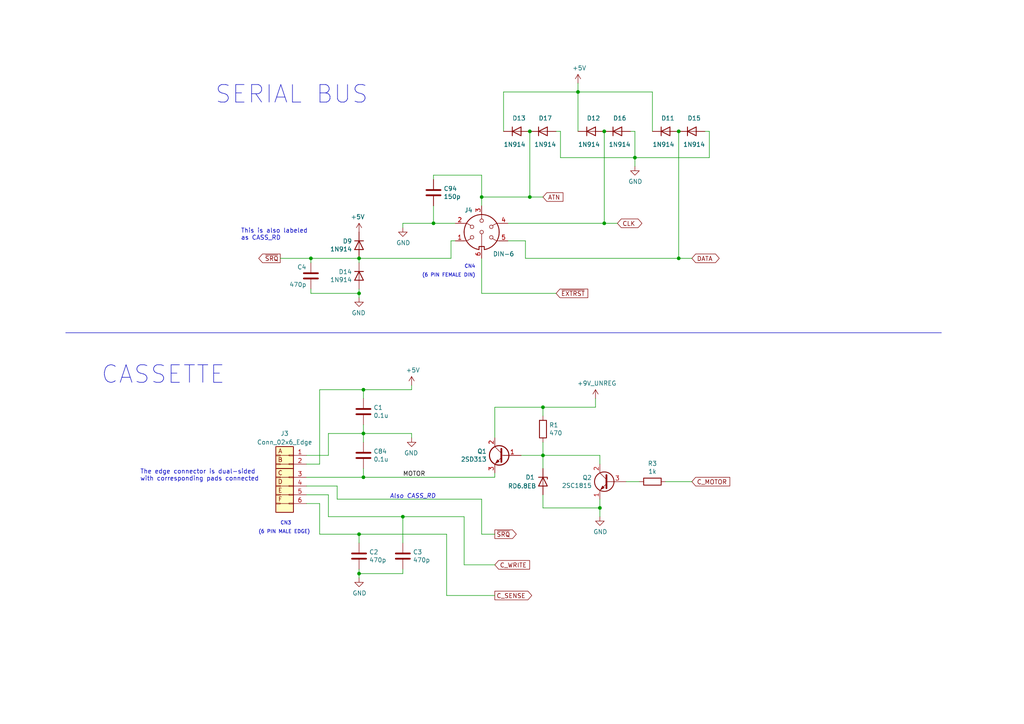
<source format=kicad_sch>
(kicad_sch (version 20230121) (generator eeschema)
  (paper "A4")
  (title_block (title "Commodore C64C - Assy 250469-01 Rev. A") (date "2023-04-02") (rev "2") (company "https://github.com/KicadRetroArchive") (comment 1 "KiCad schematic licensed under CERN-OHL-S") (comment 2 "WARNING: These schematics might contain errors!") (comment 3 "Author: Andrea Cisternino <andrea.cisternino@posteo.net>"))
  (lib_symbols
    (symbol "250469-01:+9V_UNREG" (power) (pin_names (offset 0))
      (property "Value" "+9V_UNREG" (at 0 3.556 0))
      (symbol "+9V_UNREG_0_1"
        (polyline (pts (xy -0.762 1.27) (xy 0 2.54)))
        (polyline (pts (xy 0 0) (xy 0 2.54)))
        (polyline (pts (xy 0 2.54) (xy 0.762 1.27)))
      )
      (symbol "+9V_UNREG_1_1"
        (pin power_in line (at 0 0 90) (length 0) hide (name "+9V_UNREG") (number "1"))
      )
    )
    (symbol "250469-01:Conn_02x6_Edge" (pin_names (offset 1.016) hide)
      (property "Reference" "J" (at 0 11.43 0))
      (property "Value" "Conn_02x6_Edge" (at 0 -10.16 0))
      (symbol "Conn_02x6_Edge_0_0"
        (polyline (pts (xy -2.54 3.81) (xy 2.54 3.81)) (stroke (width 0.254)))
        (polyline (pts (xy -1.27 -6.35) (xy 1.27 -6.35)))
        (polyline (pts (xy -1.27 -3.81) (xy 1.27 -3.81)))
        (polyline (pts (xy -1.27 -1.27) (xy 1.27 -1.27)))
        (text "A" (at 1.27 8.89 0) (effects (font (size 1.27 1.27))))
        (text "B" (at 1.27 6.35 0) (effects (font (size 1.27 1.27))))
        (text "C" (at 1.27 2.54 0) (effects (font (size 1.27 1.27))))
        (text "D" (at 1.27 0 0) (effects (font (size 1.27 1.27))))
        (text "E" (at 1.27 -2.54 0) (effects (font (size 1.27 1.27))))
        (text "F" (at 1.27 -5.08 0) (effects (font (size 1.27 1.27))))
      )
      (symbol "Conn_02x6_Edge_0_1"
        (polyline (pts (xy -1.27 1.27) (xy 1.27 1.27)))
        (polyline (pts (xy -1.27 5.08) (xy 1.27 5.08)))
        (polyline (pts (xy -1.27 7.62) (xy 1.27 7.62)))
      )
      (symbol "Conn_02x6_Edge_1_1"
        (rectangle (start -2.54 -6.223) (end -1.27 -6.477) (stroke (width 0.1524)))
        (rectangle (start -2.54 -3.683) (end -1.27 -3.937) (stroke (width 0.1524)))
        (rectangle (start -2.54 -1.143) (end -1.27 -1.397) (stroke (width 0.1524)))
        (rectangle (start -2.54 1.397) (end -1.27 1.143) (stroke (width 0.1524)))
        (rectangle (start -2.54 5.207) (end -1.27 4.953) (stroke (width 0.1524)))
        (rectangle (start -2.54 7.747) (end -1.27 7.493) (stroke (width 0.1524)))
        (rectangle (start -2.54 10.16) (end 2.54 -8.89) (stroke (width 0.254)) (fill (type background)))
        (rectangle (start 2.54 -6.223) (end 1.27 -6.477) (stroke (width 0.1524)))
        (rectangle (start 2.54 -3.683) (end 1.27 -3.937) (stroke (width 0.1524)))
        (rectangle (start 2.54 -1.143) (end 1.27 -1.397) (stroke (width 0.1524)))
        (rectangle (start 2.54 1.397) (end 1.27 1.143) (stroke (width 0.1524)))
        (rectangle (start 2.54 5.207) (end 1.27 4.953) (stroke (width 0.1524)))
        (rectangle (start 2.54 7.747) (end 1.27 7.493) (stroke (width 0.1524)))
        (pin passive line (at -6.35 7.62 0) (length 3.81) (name "Pin_1") (number "1"))
        (pin passive line (at -6.35 5.08 0) (length 3.81) (name "Pin_2") (number "2"))
        (pin passive line (at -6.35 1.27 0) (length 3.81) (name "Pin_3") (number "3"))
        (pin passive line (at -6.35 -1.27 0) (length 3.81) (name "Pin_4") (number "4"))
        (pin passive line (at -6.35 -3.81 0) (length 3.81) (name "Pin_5") (number "5"))
        (pin passive line (at -6.35 -6.35 0) (length 3.81) (name "Pin_6") (number "6"))
      )
    )
    (symbol "Connector:DIN-6" (pin_names (offset 1.016))
      (property "Reference" "J" (at 3.175 5.715 0))
      (property "Value" "DIN-6" (at 4.445 -4.445 0))
      (symbol "DIN-6_0_1"
        (arc (start -5.08 0) (mid -3.8609 -3.3364) (end -0.762 -5.08) (stroke (width 0.254)))
        (circle (center -2.794 -1.524) (radius 0.508))
        (circle (center -2.794 1.524) (radius 0.508))
        (polyline (pts (xy 0 -5.08) (xy 0 -0.508)))
        (polyline (pts (xy 0 5.08) (xy 0 3.81)))
        (polyline (pts (xy -5.08 -2.54) (xy -4.318 -2.54) (xy -3.175 -1.905)))
        (polyline (pts (xy -5.08 2.54) (xy -4.318 2.54) (xy -3.175 1.905)))
        (polyline (pts (xy 5.08 -2.54) (xy 4.318 -2.54) (xy 3.175 -1.905)))
        (polyline (pts (xy 5.08 2.54) (xy 4.318 2.54) (xy 3.175 1.905)))
        (polyline (pts (xy -0.762 -4.953) (xy -0.762 -4.191) (xy 0.762 -4.191) (xy 0.762 -4.953)) (stroke (width 0.254)))
        (circle (center 0 0) (radius 0.508))
        (circle (center 0 3.302) (radius 0.508))
        (arc (start 0.762 -5.08) (mid 3.8685 -3.343) (end 5.08 0) (stroke (width 0.254)))
        (circle (center 2.794 -1.524) (radius 0.508))
        (circle (center 2.794 1.524) (radius 0.508))
        (arc (start 5.08 0) (mid 0 5.0579) (end -5.08 0) (stroke (width 0.254)))
      )
      (symbol "DIN-6_1_1"
        (pin passive line (at -7.62 -2.54 0) (length 2.54) (name "~") (number "1"))
        (pin passive line (at -7.62 2.54 0) (length 2.54) (name "~") (number "2"))
        (pin passive line (at 0 7.62 270) (length 2.54) (name "~") (number "3"))
        (pin passive line (at 7.62 2.54 180) (length 2.54) (name "~") (number "4"))
        (pin passive line (at 7.62 -2.54 180) (length 2.54) (name "~") (number "5"))
        (pin passive line (at 0 -7.62 90) (length 2.54) (name "~") (number "6"))
      )
    )
    (symbol "Device:C" (pin_numbers hide) (pin_names (offset 0.254))
      (property "Reference" "C" (at 0.635 2.54 0))
      (property "Value" "C" (at 0.635 -2.54 0))
      (symbol "C_0_1"
        (polyline (pts (xy -2.032 -0.762) (xy 2.032 -0.762)) (stroke (width 0.508)))
        (polyline (pts (xy -2.032 0.762) (xy 2.032 0.762)) (stroke (width 0.508)))
      )
      (symbol "C_1_1"
        (pin passive line (at 0 3.81 270) (length 2.794) (name "~") (number "1"))
        (pin passive line (at 0 -3.81 90) (length 2.794) (name "~") (number "2"))
      )
    )
    (symbol "Device:R" (pin_numbers hide) (pin_names (offset 0))
      (property "Reference" "R" (at 2.032 0 90))
      (property "Value" "R" (at 0 0 90))
      (symbol "R_0_1"
        (rectangle (start -1.016 -2.54) (end 1.016 2.54) (stroke (width 0.254)))
      )
      (symbol "R_1_1"
        (pin passive line (at 0 3.81 270) (length 1.27) (name "~") (number "1"))
        (pin passive line (at 0 -3.81 90) (length 1.27) (name "~") (number "2"))
      )
    )
    (symbol "Diode:1N914" (pin_numbers hide) (pin_names hide)
      (property "Reference" "D" (at 0 2.54 0))
      (property "Value" "1N914" (at 0 -2.54 0))
      (symbol "1N914_0_1"
        (polyline (pts (xy -1.27 1.27) (xy -1.27 -1.27)) (stroke (width 0.254)))
        (polyline (pts (xy 1.27 0) (xy -1.27 0)))
        (polyline (pts (xy 1.27 1.27) (xy 1.27 -1.27) (xy -1.27 0) (xy 1.27 1.27)) (stroke (width 0.254)))
      )
      (symbol "1N914_1_1"
        (pin passive line (at -3.81 0 0) (length 2.54) (name "K") (number "1"))
        (pin passive line (at 3.81 0 180) (length 2.54) (name "A") (number "2"))
      )
    )
    (symbol "Transistor_BJT:2SC1815" (pin_names (offset 0) hide)
      (property "Reference" "Q" (at 5.08 1.905 0))
      (property "Value" "2SC1815" (at 5.08 0 0))
      (symbol "2SC1815_0_1"
        (polyline (pts (xy 0 0) (xy 0.508 0)))
        (polyline (pts (xy 0.635 0.635) (xy 2.54 2.54)))
        (polyline (pts (xy 0.635 -0.635) (xy 2.54 -2.54) (xy 2.54 -2.54)))
        (polyline (pts (xy 0.635 1.905) (xy 0.635 -1.905) (xy 0.635 -1.905)) (stroke (width 0.508)))
        (polyline (pts (xy 1.27 -1.778) (xy 1.778 -1.27) (xy 2.286 -2.286) (xy 1.27 -1.778) (xy 1.27 -1.778)) (fill (type outline)))
        (circle (center 1.27 0) (radius 2.8194) (stroke (width 0.254)))
      )
      (symbol "2SC1815_1_1"
        (pin passive line (at 2.54 -5.08 90) (length 2.54) (name "E") (number "1"))
        (pin passive line (at 2.54 5.08 270) (length 2.54) (name "C") (number "2"))
        (pin input line (at -5.08 0 0) (length 5.08) (name "B") (number "3"))
      )
    )
    (symbol "krl_Diode:RD6.8EB" (pin_numbers hide) (pin_names (offset 1.016) hide)
      (property "Reference" "D" (at 0 2.54 0))
      (property "Value" "RD6.8EB" (at 0 -2.54 0))
      (symbol "RD6.8EB_0_1"
        (polyline (pts (xy 1.27 0) (xy -1.27 0)))
        (polyline (pts (xy -1.27 -1.27) (xy -1.27 1.27) (xy -0.762 1.27)) (stroke (width 0.254)))
        (polyline (pts (xy 1.27 -1.27) (xy 1.27 1.27) (xy -1.27 0) (xy 1.27 -1.27)) (stroke (width 0.254)))
      )
      (symbol "RD6.8EB_1_1"
        (pin passive line (at -3.81 0 0) (length 2.54) (name "K") (number "1"))
        (pin passive line (at 3.81 0 180) (length 2.54) (name "A") (number "2"))
      )
    )
    (symbol "krl_Transistor_BJT:2SD313E" (pin_names (offset 0) hide)
      (property "Reference" "Q" (at 5.08 1.905 0))
      (property "Value" "2SD313E" (at 5.08 0 0))
      (symbol "2SD313E_0_1"
        (polyline (pts (xy 0 0) (xy 0.635 0)))
        (polyline (pts (xy 2.54 -2.54) (xy 0.635 -0.635)))
        (polyline (pts (xy 2.54 2.54) (xy 0.635 0.635)))
        (polyline (pts (xy 0.635 1.905) (xy 0.635 -1.905) (xy 0.635 -1.905)) (stroke (width 0.508)) (fill (type outline)))
        (polyline (pts (xy 1.27 -1.778) (xy 1.778 -1.27) (xy 2.286 -2.286) (xy 1.27 -1.778) (xy 1.27 -1.778)) (fill (type outline)))
        (circle (center 1.27 0) (radius 2.8194) (stroke (width 0.3048)))
      )
      (symbol "2SD313E_1_1"
        (pin input line (at -5.08 0 0) (length 5.08) (name "B") (number "1"))
        (pin passive line (at 2.54 5.08 270) (length 2.54) (name "C") (number "2"))
        (pin passive line (at 2.54 -5.08 90) (length 2.54) (name "E") (number "3"))
      )
    )
    (symbol "power:+5V" (power) (pin_names (offset 0))
      (property "Value" "+5V" (at 0 3.556 0))
      (symbol "+5V_0_1"
        (polyline (pts (xy -0.762 1.27) (xy 0 2.54)))
        (polyline (pts (xy 0 0) (xy 0 2.54)))
        (polyline (pts (xy 0 2.54) (xy 0.762 1.27)))
      )
      (symbol "+5V_1_1"
        (pin power_in line (at 0 0 90) (length 0) hide (name "+5V") (number "1"))
      )
    )
    (symbol "power:GND" (power) (pin_names (offset 0))
      (property "Value" "GND" (at 0 -3.81 0))
      (symbol "GND_0_1"
        (polyline (pts (xy 0 0) (xy 0 -1.27) (xy 1.27 -1.27) (xy 0 -2.54) (xy -1.27 -1.27) (xy 0 -1.27)))
      )
      (symbol "GND_1_1"
        (pin power_in line (at 0 0 270) (length 0) hide (name "GND") (number "1"))
      )
    )
  )
  (junction (at 175.26 38.1))
  (junction (at 104.14 85.09))
  (junction (at 104.14 154.94))
  (junction (at 175.26 64.77))
  (junction (at 105.41 138.43))
  (junction (at 105.41 125.73))
  (junction (at 157.48 132.08))
  (junction (at 125.73 64.77))
  (junction (at 173.99 147.32))
  (junction (at 153.67 38.1))
  (junction (at 105.41 113.03))
  (junction (at 196.85 74.93))
  (junction (at 90.17 74.93))
  (junction (at 167.64 26.67))
  (junction (at 184.15 45.72))
  (junction (at 104.14 74.93))
  (junction (at 139.7 57.15))
  (junction (at 153.67 57.15))
  (junction (at 196.85 38.1))
  (junction (at 104.14 166.37))
  (junction (at 116.84 149.86))
  (junction (at 157.48 118.11))
  (wire (pts (xy 88.9 146.05) (xy 92.71 146.05)))
  (wire (pts (xy 147.32 64.77) (xy 175.26 64.77)))
  (wire (pts (xy 95.25 132.08) (xy 95.25 125.73)))
  (wire (pts (xy 104.14 83.82) (xy 104.14 85.09)))
  (wire (pts (xy 105.41 123.19) (xy 105.41 125.73)))
  (wire (pts (xy 95.25 143.51) (xy 95.25 149.86)))
  (wire (pts (xy 130.81 69.85) (xy 130.81 74.93)))
  (wire (pts (xy 153.67 57.15) (xy 153.67 38.1)))
  (wire (pts (xy 134.62 149.86) (xy 134.62 163.83)))
  (wire (pts (xy 119.38 125.73) (xy 119.38 127)))
  (wire (pts (xy 181.61 139.7) (xy 185.42 139.7)))
  (wire (pts (xy 157.48 135.89) (xy 157.48 132.08)))
  (wire (pts (xy 162.56 38.1) (xy 161.29 38.1)))
  (wire (pts (xy 173.99 134.62) (xy 173.99 132.08)))
  (wire (pts (xy 139.7 57.15) (xy 153.67 57.15)))
  (wire (pts (xy 139.7 74.93) (xy 139.7 85.09)))
  (wire (pts (xy 95.25 125.73) (xy 105.41 125.73)))
  (wire (pts (xy 92.71 146.05) (xy 92.71 154.94)))
  (wire (pts (xy 146.05 26.67) (xy 146.05 38.1)))
  (wire (pts (xy 88.9 134.62) (xy 92.71 134.62)))
  (wire (pts (xy 139.7 144.78) (xy 97.79 144.78)))
  (wire (pts (xy 119.38 111.76) (xy 119.38 113.03)))
  (wire (pts (xy 205.74 38.1) (xy 205.74 45.72)))
  (wire (pts (xy 162.56 38.1) (xy 162.56 45.72)))
  (wire (pts (xy 116.84 157.48) (xy 116.84 149.86)))
  (wire (pts (xy 143.51 118.11) (xy 157.48 118.11)))
  (wire (pts (xy 95.25 149.86) (xy 116.84 149.86)))
  (wire (pts (xy 105.41 125.73) (xy 119.38 125.73)))
  (wire (pts (xy 104.14 74.93) (xy 90.17 74.93)))
  (wire (pts (xy 88.9 143.51) (xy 95.25 143.51)))
  (wire (pts (xy 92.71 154.94) (xy 104.14 154.94)))
  (polyline (pts (xy 19.05 96.52) (xy 273.05 96.52)))
  (wire (pts (xy 157.48 147.32) (xy 157.48 143.51)))
  (wire (pts (xy 90.17 76.2) (xy 90.17 74.93)))
  (wire (pts (xy 92.71 113.03) (xy 92.71 134.62)))
  (wire (pts (xy 129.54 154.94) (xy 129.54 172.72)))
  (wire (pts (xy 196.85 74.93) (xy 200.66 74.93)))
  (wire (pts (xy 125.73 52.07) (xy 125.73 50.8)))
  (wire (pts (xy 157.48 120.65) (xy 157.48 118.11)))
  (wire (pts (xy 125.73 50.8) (xy 139.7 50.8)))
  (wire (pts (xy 129.54 172.72) (xy 143.51 172.72)))
  (wire (pts (xy 152.4 69.85) (xy 152.4 74.93)))
  (wire (pts (xy 193.04 139.7) (xy 200.66 139.7)))
  (wire (pts (xy 162.56 45.72) (xy 184.15 45.72)))
  (wire (pts (xy 173.99 147.32) (xy 173.99 149.86)))
  (wire (pts (xy 88.9 132.08) (xy 95.25 132.08)))
  (wire (pts (xy 132.08 69.85) (xy 130.81 69.85)))
  (wire (pts (xy 88.9 138.43) (xy 105.41 138.43)))
  (wire (pts (xy 97.79 140.97) (xy 97.79 144.78)))
  (wire (pts (xy 132.08 64.77) (xy 125.73 64.77)))
  (wire (pts (xy 147.32 69.85) (xy 152.4 69.85)))
  (wire (pts (xy 167.64 38.1) (xy 167.64 26.67)))
  (wire (pts (xy 88.9 140.97) (xy 97.79 140.97)))
  (wire (pts (xy 196.85 74.93) (xy 196.85 38.1)))
  (wire (pts (xy 139.7 50.8) (xy 139.7 57.15)))
  (wire (pts (xy 104.14 166.37) (xy 104.14 167.64)))
  (wire (pts (xy 179.07 64.77) (xy 175.26 64.77)))
  (wire (pts (xy 105.41 128.27) (xy 105.41 125.73)))
  (wire (pts (xy 143.51 154.94) (xy 139.7 154.94)))
  (wire (pts (xy 157.48 118.11) (xy 172.72 118.11)))
  (wire (pts (xy 172.72 115.57) (xy 172.72 118.11)))
  (wire (pts (xy 119.38 113.03) (xy 105.41 113.03)))
  (wire (pts (xy 143.51 138.43) (xy 143.51 137.16)))
  (wire (pts (xy 104.14 85.09) (xy 104.14 86.36)))
  (wire (pts (xy 184.15 38.1) (xy 184.15 45.72)))
  (wire (pts (xy 105.41 138.43) (xy 143.51 138.43)))
  (wire (pts (xy 139.7 57.15) (xy 139.7 59.69)))
  (wire (pts (xy 105.41 115.57) (xy 105.41 113.03)))
  (wire (pts (xy 167.64 26.67) (xy 146.05 26.67)))
  (wire (pts (xy 116.84 166.37) (xy 104.14 166.37)))
  (wire (pts (xy 167.64 24.13) (xy 167.64 26.67)))
  (wire (pts (xy 139.7 85.09) (xy 161.29 85.09)))
  (wire (pts (xy 189.23 38.1) (xy 189.23 26.67)))
  (wire (pts (xy 173.99 144.78) (xy 173.99 147.32)))
  (wire (pts (xy 104.14 154.94) (xy 129.54 154.94)))
  (wire (pts (xy 184.15 45.72) (xy 184.15 48.26)))
  (wire (pts (xy 116.84 149.86) (xy 134.62 149.86)))
  (wire (pts (xy 125.73 64.77) (xy 125.73 59.69)))
  (wire (pts (xy 90.17 83.82) (xy 90.17 85.09)))
  (wire (pts (xy 104.14 76.2) (xy 104.14 74.93)))
  (wire (pts (xy 152.4 74.93) (xy 196.85 74.93)))
  (wire (pts (xy 116.84 64.77) (xy 116.84 66.04)))
  (wire (pts (xy 134.62 163.83) (xy 143.51 163.83)))
  (wire (pts (xy 104.14 74.93) (xy 130.81 74.93)))
  (wire (pts (xy 204.47 38.1) (xy 205.74 38.1)))
  (wire (pts (xy 173.99 132.08) (xy 157.48 132.08)))
  (wire (pts (xy 139.7 154.94) (xy 139.7 144.78)))
  (wire (pts (xy 189.23 26.67) (xy 167.64 26.67)))
  (wire (pts (xy 157.48 147.32) (xy 173.99 147.32)))
  (wire (pts (xy 184.15 45.72) (xy 205.74 45.72)))
  (wire (pts (xy 175.26 64.77) (xy 175.26 38.1)))
  (wire (pts (xy 151.13 132.08) (xy 157.48 132.08)))
  (wire (pts (xy 90.17 85.09) (xy 104.14 85.09)))
  (wire (pts (xy 157.48 128.27) (xy 157.48 132.08)))
  (wire (pts (xy 81.28 74.93) (xy 90.17 74.93)))
  (wire (pts (xy 143.51 127) (xy 143.51 118.11)))
  (wire (pts (xy 153.67 57.15) (xy 157.48 57.15)))
  (wire (pts (xy 116.84 64.77) (xy 125.73 64.77)))
  (wire (pts (xy 184.15 38.1) (xy 182.88 38.1)))
  (wire (pts (xy 104.14 157.48) (xy 104.14 154.94)))
  (wire (pts (xy 104.14 165.1) (xy 104.14 166.37)))
  (wire (pts (xy 92.71 113.03) (xy 105.41 113.03)))
  (wire (pts (xy 116.84 165.1) (xy 116.84 166.37)))
  (wire (pts (xy 105.41 135.89) (xy 105.41 138.43)))
  (text "CN3" (at 81.28 152.4 0) (effects (font (size 1.016 1.016)) (justify left bottom)))
  (text "(6 PIN MALE EDGE)" (at 74.93 154.94 0) (effects (font (size 1.016 1.016)) (justify left bottom)))
  (text "Also CASS_RD" (at 113.03 144.78 0) (effects (font (size 1.27 1.27) italic) (justify left bottom)))
  (text "CN4" (at 137.922 77.978 0) (effects (font (size 1.016 1.016)) (justify right bottom)))
  (text "(6 PIN FEMALE DIN)" (at 137.922 80.518 0) (effects (font (size 1.016 1.016)) (justify right bottom)))
  (text "CASSETTE" (at 29.21 111.76 0) (effects (font (size 5.08 5.08)) (justify left bottom)))
  (text "The edge connector is dual-sided\nwith corresponding pads connected" (at 40.64 139.7 0) (effects (font (size 1.27 1.27)) (justify left bottom)))
  (text "SERIAL BUS" (at 62.23 30.48 0) (effects (font (size 5.08 5.08)) (justify left bottom)))
  (text "This is also labeled\nas CASS_RD" (at 69.85 69.85 0) (effects (font (size 1.27 1.27)) (justify left bottom)))
  (label "MOTOR" (at 116.84 138.43 0))
  (global_label "C_MOTOR" (shape input) (at 200.66 139.7 0) (property "Intersheetrefs" "${INTERSHEET_REFS}" (effects hide)))
  (global_label "C_WRITE" (shape input) (at 143.51 163.83 0) (property "Intersheetrefs" "${INTERSHEET_REFS}" (effects hide)))
  (global_label "~{SRQ}" (shape output) (at 81.28 74.93 180) (property "Intersheetrefs" "${INTERSHEET_REFS}" (effects hide)))
  (global_label "ATN" (shape input) (at 157.48 57.15 0) (property "Intersheetrefs" "${INTERSHEET_REFS}" (effects hide)))
  (global_label "CLK" (shape bidirectional) (at 179.07 64.77 0) (property "Intersheetrefs" "${INTERSHEET_REFS}" (effects hide)))
  (global_label "~{SRQ}" (shape output) (at 143.51 154.94 0) (property "Intersheetrefs" "${INTERSHEET_REFS}" (effects hide)))
  (global_label "DATA" (shape bidirectional) (at 200.66 74.93 0) (property "Intersheetrefs" "${INTERSHEET_REFS}" (effects hide)))
  (global_label "C_SENSE" (shape output) (at 143.51 172.72 0) (property "Intersheetrefs" "${INTERSHEET_REFS}" (effects hide)))
  (global_label "~{EXTRST}" (shape input) (at 161.29 85.09 0) (property "Intersheetrefs" "${INTERSHEET_REFS}" (effects hide)))
  (symbol (lib_id "Device:C") (at 125.73 55.88 0) (unit 1)
    (property "Reference" "C94" (at 128.651 54.7116 0) (effects (justify left)))
    (property "Value" "150p" (at 128.651 57.023 0) (effects (justify left)))
    (property "Footprint" "Capacitor_THT:C_Disc_D4.7mm_W2.5mm_P5.00mm" (effects hide))
  )
  (symbol (lib_id "Connector:DIN-6") (at 139.7 67.31 0) (unit 1)
    (property "Reference" "J4" (at 135.89 60.96 0))
    (property "Value" "DIN-6" (at 146.05 73.66 0))
    (property "Footprint" "krl_Connector_DIN:C64_Original_DIN-6_Circular" (effects hide))
    (property "Datasheet" "http://www.mouser.com/ds/2/18/40_c091_abd_e-75918.pdf" (effects hide))
  )
  (symbol (lib_id "Diode:1N914") (at 104.14 80.01 90) (mirror x) (unit 1)
    (property "Reference" "D14" (at 102.108 78.8416 90) (effects (justify left)))
    (property "Value" "1N914" (at 102.108 81.153 90) (effects (justify left)))
    (property "Footprint" "Diode_THT:D_DO-35_SOD27_P7.62mm_Horizontal" (effects hide))
    (property "Datasheet" "http://www.vishay.com/docs/85622/1n914.pdf" (effects hide))
  )
  (symbol (lib_id "Diode:1N914") (at 104.14 71.12 90) (mirror x) (unit 1)
    (property "Reference" "D9" (at 102.108 69.9516 90) (effects (justify left)))
    (property "Value" "1N914" (at 102.108 72.263 90) (effects (justify left)))
    (property "Footprint" "Diode_THT:D_DO-35_SOD27_P7.62mm_Horizontal" (effects hide))
    (property "Datasheet" "http://www.vishay.com/docs/85622/1n914.pdf" (effects hide))
  )
  (symbol (lib_id "power:+5V") (at 104.14 67.31 0) (mirror y) (unit 1)
    (property "Reference" "#PWR0101" (effects hide))
    (property "Value" "+5V" (at 103.759 62.9158 0))
  )
  (symbol (lib_id "power:GND") (at 104.14 86.36 0) (mirror y) (unit 1)
    (property "Reference" "#PWR0102" (effects hide))
    (property "Value" "GND" (at 104.013 90.7542 0))
  )
  (symbol (lib_id "Device:C") (at 90.17 80.01 0) (mirror y) (unit 1)
    (property "Reference" "C4" (at 88.9 77.47 0) (effects (justify left)))
    (property "Value" "470p" (at 88.9 82.55 0) (effects (justify left)))
    (property "Footprint" "Capacitor_THT:C_Disc_D4.7mm_W2.5mm_P5.00mm" (effects hide))
  )
  (symbol (lib_id "Diode:1N914") (at 149.86 38.1 0) (unit 1)
    (property "Reference" "D13" (at 148.59 34.29 0) (effects (justify left)))
    (property "Value" "1N914" (at 146.05 41.91 0) (effects (justify left)))
    (property "Footprint" "Diode_THT:D_DO-35_SOD27_P7.62mm_Horizontal" (effects hide))
    (property "Datasheet" "http://www.vishay.com/docs/85622/1n914.pdf" (effects hide))
  )
  (symbol (lib_id "Diode:1N914") (at 157.48 38.1 0) (unit 1)
    (property "Reference" "D17" (at 156.21 34.29 0) (effects (justify left)))
    (property "Value" "1N914" (at 154.94 41.91 0) (effects (justify left)))
    (property "Footprint" "Diode_THT:D_DO-35_SOD27_P7.62mm_Horizontal" (effects hide))
    (property "Datasheet" "http://www.vishay.com/docs/85622/1n914.pdf" (effects hide))
  )
  (symbol (lib_id "Diode:1N914") (at 171.45 38.1 0) (unit 1)
    (property "Reference" "D12" (at 170.18 34.29 0) (effects (justify left)))
    (property "Value" "1N914" (at 167.64 41.91 0) (effects (justify left)))
    (property "Footprint" "Diode_THT:D_DO-35_SOD27_P7.62mm_Horizontal" (effects hide))
    (property "Datasheet" "http://www.vishay.com/docs/85622/1n914.pdf" (effects hide))
  )
  (symbol (lib_id "Diode:1N914") (at 179.07 38.1 0) (unit 1)
    (property "Reference" "D16" (at 177.8 34.29 0) (effects (justify left)))
    (property "Value" "1N914" (at 176.53 41.91 0) (effects (justify left)))
    (property "Footprint" "Diode_THT:D_DO-35_SOD27_P7.62mm_Horizontal" (effects hide))
    (property "Datasheet" "http://www.vishay.com/docs/85622/1n914.pdf" (effects hide))
  )
  (symbol (lib_id "Diode:1N914") (at 193.04 38.1 0) (unit 1)
    (property "Reference" "D11" (at 191.77 34.29 0) (effects (justify left)))
    (property "Value" "1N914" (at 189.23 41.91 0) (effects (justify left)))
    (property "Footprint" "Diode_THT:D_DO-35_SOD27_P7.62mm_Horizontal" (effects hide))
    (property "Datasheet" "http://www.vishay.com/docs/85622/1n914.pdf" (effects hide))
  )
  (symbol (lib_id "Diode:1N914") (at 200.66 38.1 0) (unit 1)
    (property "Reference" "D15" (at 199.39 34.29 0) (effects (justify left)))
    (property "Value" "1N914" (at 198.12 41.91 0) (effects (justify left)))
    (property "Footprint" "Diode_THT:D_DO-35_SOD27_P7.62mm_Horizontal" (effects hide))
    (property "Datasheet" "http://www.vishay.com/docs/85622/1n914.pdf" (effects hide))
  )
  (symbol (lib_id "power:GND") (at 184.15 48.26 0) (unit 1)
    (property "Reference" "#PWR0103" (effects hide))
    (property "Value" "GND" (at 184.277 52.6542 0))
  )
  (symbol (lib_id "power:+5V") (at 167.64 24.13 0) (unit 1)
    (property "Reference" "#PWR0104" (effects hide))
    (property "Value" "+5V" (at 168.021 19.7358 0))
  )
  (symbol (lib_id "power:GND") (at 116.84 66.04 0) (unit 1)
    (property "Reference" "#PWR0105" (effects hide))
    (property "Value" "GND" (at 116.967 70.4342 0))
  )
  (symbol (lib_id "Device:C") (at 105.41 119.38 0) (unit 1)
    (property "Reference" "C1" (at 108.331 118.2116 0) (effects (justify left)))
    (property "Value" "0.1u" (at 108.331 120.523 0) (effects (justify left)))
    (property "Footprint" "Capacitor_THT:C_Disc_D4.7mm_W2.5mm_P5.00mm" (effects hide))
  )
  (symbol (lib_id "Device:C") (at 104.14 161.29 0) (unit 1)
    (property "Reference" "C2" (at 107.061 160.1216 0) (effects (justify left)))
    (property "Value" "470p" (at 107.061 162.433 0) (effects (justify left)))
    (property "Footprint" "Capacitor_THT:C_Disc_D4.7mm_W2.5mm_P5.00mm" (effects hide))
  )
  (symbol (lib_id "power:GND") (at 104.14 167.64 0) (unit 1)
    (property "Reference" "#PWR0106" (effects hide))
    (property "Value" "GND" (at 104.267 172.0342 0))
  )
  (symbol (lib_id "krl_Transistor_BJT:2SD313E") (at 146.05 132.08 0) (mirror y) (unit 1)
    (property "Reference" "Q1" (at 141.1732 130.9116 0) (effects (justify left)))
    (property "Value" "2SD313" (at 141.1732 133.223 0) (effects (justify left)))
    (property "Footprint" "Package_TO_SOT_THT:TO-220-3_Vertical" (effects hide))
    (property "Datasheet" "https://alltransistors.com/pdfdatasheet_mospec/2sd313.pdf" (effects hide))
    (property "Equivalent" "2ST31A" (effects hide))
  )
  (symbol (lib_id "Device:R") (at 157.48 124.46 0) (unit 1)
    (property "Reference" "R1" (at 159.258 123.2916 0) (effects (justify left)))
    (property "Value" "470" (at 159.258 125.603 0) (effects (justify left)))
    (property "Footprint" "Resistor_THT:R_Axial_DIN0309_L9.0mm_D3.2mm_P15.24mm_Horizontal" (effects hide))
  )
  (symbol (lib_id "Transistor_BJT:2SC1815") (at 176.53 139.7 0) (mirror y) (unit 1)
    (property "Reference" "Q2" (at 171.6786 138.5316 0) (effects (justify left)))
    (property "Value" "2SC1815" (at 171.6786 140.843 0) (effects (justify left)))
    (property "Footprint" "Package_TO_SOT_THT:TO-92_Inline" (effects hide))
    (property "Datasheet" "https://media.digikey.com/pdf/Data%20Sheets/Toshiba%20PDFs/2SC1815.pdf" (effects hide))
  )
  (symbol (lib_id "power:GND") (at 173.99 149.86 0) (unit 1)
    (property "Reference" "#PWR0107" (effects hide))
    (property "Value" "GND" (at 174.117 154.2542 0))
  )
  (symbol (lib_id "Device:C") (at 105.41 132.08 0) (unit 1)
    (property "Reference" "C84" (at 108.331 130.9116 0) (effects (justify left)))
    (property "Value" "0.1u" (at 108.331 133.223 0) (effects (justify left)))
    (property "Footprint" "Capacitor_THT:C_Disc_D4.7mm_W2.5mm_P5.00mm" (effects hide))
  )
  (symbol (lib_id "Device:C") (at 116.84 161.29 0) (unit 1)
    (property "Reference" "C3" (at 119.761 160.1216 0) (effects (justify left)))
    (property "Value" "470p" (at 119.761 162.433 0) (effects (justify left)))
    (property "Footprint" "Capacitor_THT:C_Disc_D4.7mm_W2.5mm_P5.00mm" (effects hide))
  )
  (symbol (lib_id "Device:R") (at 189.23 139.7 270) (unit 1)
    (property "Reference" "R3" (at 189.23 134.4422 90))
    (property "Value" "1k" (at 189.23 136.7536 90))
    (property "Footprint" "Resistor_THT:R_Axial_DIN0207_L6.3mm_D2.5mm_P5.08mm_Vertical" (effects hide))
  )
  (symbol (lib_id "power:+5V") (at 119.38 111.76 0) (unit 1)
    (property "Reference" "#PWR0108" (effects hide))
    (property "Value" "+5V" (at 119.761 107.3658 0))
  )
  (symbol (lib_id "power:GND") (at 119.38 127 0) (mirror y) (unit 1)
    (property "Reference" "#PWR0109" (effects hide))
    (property "Value" "GND" (at 119.253 131.3942 0))
  )
  (symbol (lib_id "250469-01:Conn_02x6_Edge") (at 82.55 139.7 0) (mirror y) (unit 1)
    (property "Reference" "J3" (at 82.55 125.73 0))
    (property "Value" "Conn_02x6_Edge" (at 82.55 128.27 0))
    (property "Footprint" "250469-01:Connector_Edge_2x6_P3.96mm" (effects hide))
  )
  (symbol (lib_id "250469-01:+9V_UNREG") (at 172.72 115.57 0) (unit 1)
    (property "Reference" "#PWR01" (effects hide))
    (property "Value" "+9V_UNREG" (at 173.101 111.1758 0))
  )
  (symbol (lib_id "krl_Diode:RD6.8EB") (at 157.48 139.7 270) (unit 1)
    (property "Reference" "D1" (at 152.4 138.43 90) (effects (justify left)))
    (property "Value" "RD6.8EB" (at 147.32 140.97 90) (effects (justify left)))
    (property "Footprint" "Diode_THT:D_DO-35_SOD27_P7.62mm_Horizontal" (effects hide))
    (property "Equivalent" "BZX79-C6V8" (effects hide))
  )
)
</source>
